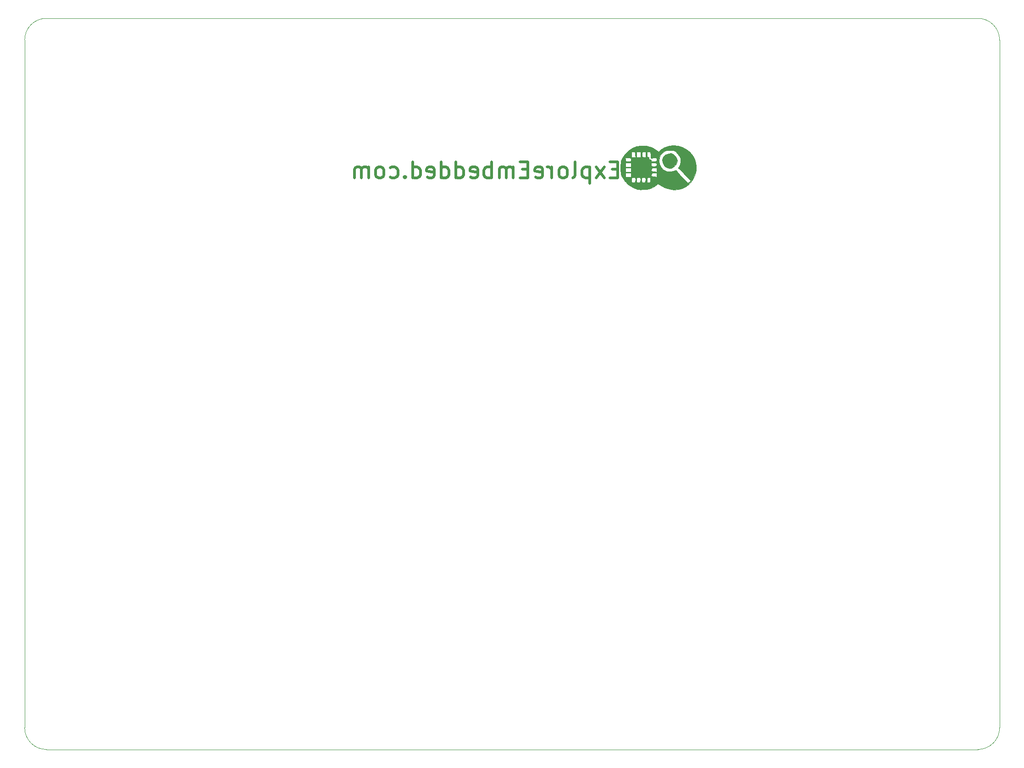
<source format=gbr>
G04 #@! TF.FileFunction,Legend,Bot*
%FSLAX46Y46*%
G04 Gerber Fmt 4.6, Leading zero omitted, Abs format (unit mm)*
G04 Created by KiCad (PCBNEW 4.0.4-stable) date 12/15/16 19:51:19*
%MOMM*%
%LPD*%
G01*
G04 APERTURE LIST*
%ADD10C,0.100000*%
%ADD11C,0.500000*%
%ADD12C,0.002540*%
%ADD13C,2.499360*%
%ADD14O,1.800000X2.600000*%
%ADD15C,3.000000*%
%ADD16O,1.727200X2.032000*%
%ADD17C,1.524000*%
%ADD18C,3.500000*%
%ADD19O,2.032000X1.727200*%
%ADD20R,2.032000X1.727200*%
%ADD21R,1.727200X1.727200*%
%ADD22O,1.727200X1.727200*%
%ADD23C,1.501140*%
%ADD24C,2.999740*%
%ADD25C,2.032000*%
%ADD26O,2.032000X2.032000*%
%ADD27R,2.300000X2.300000*%
%ADD28C,2.500000*%
%ADD29O,1.651000X4.000000*%
%ADD30O,1.524000X2.524000*%
%ADD31C,4.800600*%
%ADD32R,4.800600X4.800600*%
%ADD33O,2.300000X1.600000*%
%ADD34R,2.540000X2.540000*%
%ADD35C,2.540000*%
%ADD36C,3.200000*%
%ADD37C,1.600000*%
%ADD38C,2.000000*%
%ADD39C,1.397000*%
%ADD40R,1.397000X1.397000*%
%ADD41O,1.501140X1.998980*%
%ADD42C,3.500120*%
G04 APERTURE END LIST*
D10*
X215556500Y-163166000D02*
X43556500Y-163166000D01*
D11*
X149042216Y-56051714D02*
X148042216Y-56051714D01*
X147613645Y-57623143D02*
X149042216Y-57623143D01*
X149042216Y-54623143D01*
X147613645Y-54623143D01*
X146613645Y-57623143D02*
X145042216Y-55623143D01*
X146613645Y-55623143D02*
X145042216Y-57623143D01*
X143899359Y-55623143D02*
X143899359Y-58623143D01*
X143899359Y-55766000D02*
X143613645Y-55623143D01*
X143042216Y-55623143D01*
X142756502Y-55766000D01*
X142613645Y-55908857D01*
X142470788Y-56194571D01*
X142470788Y-57051714D01*
X142613645Y-57337429D01*
X142756502Y-57480286D01*
X143042216Y-57623143D01*
X143613645Y-57623143D01*
X143899359Y-57480286D01*
X140756502Y-57623143D02*
X141042216Y-57480286D01*
X141185073Y-57194571D01*
X141185073Y-54623143D01*
X139185073Y-57623143D02*
X139470787Y-57480286D01*
X139613644Y-57337429D01*
X139756501Y-57051714D01*
X139756501Y-56194571D01*
X139613644Y-55908857D01*
X139470787Y-55766000D01*
X139185073Y-55623143D01*
X138756501Y-55623143D01*
X138470787Y-55766000D01*
X138327930Y-55908857D01*
X138185073Y-56194571D01*
X138185073Y-57051714D01*
X138327930Y-57337429D01*
X138470787Y-57480286D01*
X138756501Y-57623143D01*
X139185073Y-57623143D01*
X136899358Y-57623143D02*
X136899358Y-55623143D01*
X136899358Y-56194571D02*
X136756501Y-55908857D01*
X136613644Y-55766000D01*
X136327930Y-55623143D01*
X136042215Y-55623143D01*
X133899358Y-57480286D02*
X134185072Y-57623143D01*
X134756501Y-57623143D01*
X135042215Y-57480286D01*
X135185072Y-57194571D01*
X135185072Y-56051714D01*
X135042215Y-55766000D01*
X134756501Y-55623143D01*
X134185072Y-55623143D01*
X133899358Y-55766000D01*
X133756501Y-56051714D01*
X133756501Y-56337429D01*
X135185072Y-56623143D01*
X132470786Y-56051714D02*
X131470786Y-56051714D01*
X131042215Y-57623143D02*
X132470786Y-57623143D01*
X132470786Y-54623143D01*
X131042215Y-54623143D01*
X129756500Y-57623143D02*
X129756500Y-55623143D01*
X129756500Y-55908857D02*
X129613643Y-55766000D01*
X129327929Y-55623143D01*
X128899357Y-55623143D01*
X128613643Y-55766000D01*
X128470786Y-56051714D01*
X128470786Y-57623143D01*
X128470786Y-56051714D02*
X128327929Y-55766000D01*
X128042215Y-55623143D01*
X127613643Y-55623143D01*
X127327929Y-55766000D01*
X127185072Y-56051714D01*
X127185072Y-57623143D01*
X125756500Y-57623143D02*
X125756500Y-54623143D01*
X125756500Y-55766000D02*
X125470786Y-55623143D01*
X124899357Y-55623143D01*
X124613643Y-55766000D01*
X124470786Y-55908857D01*
X124327929Y-56194571D01*
X124327929Y-57051714D01*
X124470786Y-57337429D01*
X124613643Y-57480286D01*
X124899357Y-57623143D01*
X125470786Y-57623143D01*
X125756500Y-57480286D01*
X121899357Y-57480286D02*
X122185071Y-57623143D01*
X122756500Y-57623143D01*
X123042214Y-57480286D01*
X123185071Y-57194571D01*
X123185071Y-56051714D01*
X123042214Y-55766000D01*
X122756500Y-55623143D01*
X122185071Y-55623143D01*
X121899357Y-55766000D01*
X121756500Y-56051714D01*
X121756500Y-56337429D01*
X123185071Y-56623143D01*
X119185071Y-57623143D02*
X119185071Y-54623143D01*
X119185071Y-57480286D02*
X119470785Y-57623143D01*
X120042214Y-57623143D01*
X120327928Y-57480286D01*
X120470785Y-57337429D01*
X120613642Y-57051714D01*
X120613642Y-56194571D01*
X120470785Y-55908857D01*
X120327928Y-55766000D01*
X120042214Y-55623143D01*
X119470785Y-55623143D01*
X119185071Y-55766000D01*
X116470785Y-57623143D02*
X116470785Y-54623143D01*
X116470785Y-57480286D02*
X116756499Y-57623143D01*
X117327928Y-57623143D01*
X117613642Y-57480286D01*
X117756499Y-57337429D01*
X117899356Y-57051714D01*
X117899356Y-56194571D01*
X117756499Y-55908857D01*
X117613642Y-55766000D01*
X117327928Y-55623143D01*
X116756499Y-55623143D01*
X116470785Y-55766000D01*
X113899356Y-57480286D02*
X114185070Y-57623143D01*
X114756499Y-57623143D01*
X115042213Y-57480286D01*
X115185070Y-57194571D01*
X115185070Y-56051714D01*
X115042213Y-55766000D01*
X114756499Y-55623143D01*
X114185070Y-55623143D01*
X113899356Y-55766000D01*
X113756499Y-56051714D01*
X113756499Y-56337429D01*
X115185070Y-56623143D01*
X111185070Y-57623143D02*
X111185070Y-54623143D01*
X111185070Y-57480286D02*
X111470784Y-57623143D01*
X112042213Y-57623143D01*
X112327927Y-57480286D01*
X112470784Y-57337429D01*
X112613641Y-57051714D01*
X112613641Y-56194571D01*
X112470784Y-55908857D01*
X112327927Y-55766000D01*
X112042213Y-55623143D01*
X111470784Y-55623143D01*
X111185070Y-55766000D01*
X109756498Y-57337429D02*
X109613641Y-57480286D01*
X109756498Y-57623143D01*
X109899355Y-57480286D01*
X109756498Y-57337429D01*
X109756498Y-57623143D01*
X107042213Y-57480286D02*
X107327927Y-57623143D01*
X107899356Y-57623143D01*
X108185070Y-57480286D01*
X108327927Y-57337429D01*
X108470784Y-57051714D01*
X108470784Y-56194571D01*
X108327927Y-55908857D01*
X108185070Y-55766000D01*
X107899356Y-55623143D01*
X107327927Y-55623143D01*
X107042213Y-55766000D01*
X105327927Y-57623143D02*
X105613641Y-57480286D01*
X105756498Y-57337429D01*
X105899355Y-57051714D01*
X105899355Y-56194571D01*
X105756498Y-55908857D01*
X105613641Y-55766000D01*
X105327927Y-55623143D01*
X104899355Y-55623143D01*
X104613641Y-55766000D01*
X104470784Y-55908857D01*
X104327927Y-56194571D01*
X104327927Y-57051714D01*
X104470784Y-57337429D01*
X104613641Y-57480286D01*
X104899355Y-57623143D01*
X105327927Y-57623143D01*
X103042212Y-57623143D02*
X103042212Y-55623143D01*
X103042212Y-55908857D02*
X102899355Y-55766000D01*
X102613641Y-55623143D01*
X102185069Y-55623143D01*
X101899355Y-55766000D01*
X101756498Y-56051714D01*
X101756498Y-57623143D01*
X101756498Y-56051714D02*
X101613641Y-55766000D01*
X101327927Y-55623143D01*
X100899355Y-55623143D01*
X100613641Y-55766000D01*
X100470784Y-56051714D01*
X100470784Y-57623143D01*
D10*
X39556500Y-159166000D02*
X39556500Y-32166000D01*
X219556500Y-32166000D02*
X219556500Y-159166000D01*
X43556500Y-28166000D02*
X215556500Y-28166000D01*
X39556500Y-159166000D02*
G75*
G03X43556500Y-163166000I4000000J0D01*
G01*
X215556500Y-163166000D02*
G75*
G03X219556500Y-159166000I0J4000000D01*
G01*
X219556500Y-32166000D02*
G75*
G03X215556500Y-28166000I-4000000J0D01*
G01*
X43556500Y-28166000D02*
G75*
G03X39556500Y-32166000I0J-4000000D01*
G01*
D12*
G36*
X149581000Y-55767600D02*
X149591160Y-56290840D01*
X149616560Y-56666760D01*
X149669900Y-56953780D01*
X149763880Y-57217940D01*
X149832460Y-57370340D01*
X150312520Y-58170440D01*
X150444600Y-58310140D01*
X150444600Y-53910860D01*
X150967840Y-53910860D01*
X151277720Y-53915940D01*
X151430120Y-53956580D01*
X151486000Y-54060720D01*
X151491080Y-54200420D01*
X151463140Y-54462040D01*
X151356460Y-54589040D01*
X151117700Y-54619520D01*
X150927200Y-54609360D01*
X150657960Y-54576340D01*
X150530960Y-54492520D01*
X150485240Y-54304560D01*
X150480160Y-54243600D01*
X150444600Y-53910860D01*
X150444600Y-58310140D01*
X150457300Y-58325380D01*
X150457300Y-57418600D01*
X150457300Y-57060460D01*
X150457300Y-56697240D01*
X150457300Y-56488960D01*
X150457300Y-56130820D01*
X150457300Y-55767600D01*
X150457300Y-55561860D01*
X150457300Y-55201180D01*
X150457300Y-54837960D01*
X150975460Y-54837960D01*
X151491080Y-54837960D01*
X151491080Y-55201180D01*
X151491080Y-55561860D01*
X150975460Y-55561860D01*
X150457300Y-55561860D01*
X150457300Y-55767600D01*
X150975460Y-55767600D01*
X151491080Y-55767600D01*
X151491080Y-56130820D01*
X151491080Y-56488960D01*
X150975460Y-56488960D01*
X150457300Y-56488960D01*
X150457300Y-56697240D01*
X150975460Y-56697240D01*
X151491080Y-56697240D01*
X151491080Y-57060460D01*
X151491080Y-57418600D01*
X150975460Y-57418600D01*
X150457300Y-57418600D01*
X150457300Y-58325380D01*
X150909420Y-58807980D01*
X151595220Y-59267720D01*
X151595220Y-57987560D01*
X151595220Y-53806720D01*
X151595220Y-53283480D01*
X151595220Y-52760240D01*
X151927960Y-52793260D01*
X152133700Y-52826280D01*
X152237840Y-52912640D01*
X152281020Y-53113300D01*
X152296260Y-53316500D01*
X152329280Y-53806720D01*
X151963520Y-53806720D01*
X151595220Y-53806720D01*
X151595220Y-57987560D01*
X151602840Y-57700540D01*
X151656180Y-57568460D01*
X151795880Y-57525280D01*
X151955900Y-57525280D01*
X152179420Y-57532900D01*
X152281020Y-57598940D01*
X152316580Y-57781820D01*
X152316580Y-57987560D01*
X152308960Y-58274580D01*
X152255620Y-58406660D01*
X152118460Y-58449840D01*
X151955900Y-58452380D01*
X151732380Y-58439680D01*
X151628240Y-58376180D01*
X151597760Y-58193300D01*
X151595220Y-57987560D01*
X151595220Y-59267720D01*
X151643480Y-59300740D01*
X152288640Y-59587760D01*
X152522320Y-59658880D01*
X152522320Y-57987560D01*
X152522320Y-53806720D01*
X152522320Y-53291100D01*
X152522320Y-52772940D01*
X152885540Y-52772940D01*
X153243680Y-52772940D01*
X153243680Y-53291100D01*
X153243680Y-53806720D01*
X152885540Y-53806720D01*
X152522320Y-53806720D01*
X152522320Y-57987560D01*
X152532480Y-57700540D01*
X152585820Y-57568460D01*
X152725520Y-57525280D01*
X152885540Y-57525280D01*
X153109060Y-57532900D01*
X153210660Y-57598940D01*
X153243680Y-57781820D01*
X153243680Y-57987560D01*
X153238600Y-58274580D01*
X153185260Y-58406660D01*
X153045560Y-58449840D01*
X152885540Y-58452380D01*
X152662020Y-58439680D01*
X152557880Y-58376180D01*
X152527400Y-58193300D01*
X152522320Y-57987560D01*
X152522320Y-59658880D01*
X152662020Y-59704600D01*
X153002380Y-59768100D01*
X153396080Y-59788420D01*
X153477360Y-59785880D01*
X153477360Y-57987560D01*
X153482440Y-57700540D01*
X153505300Y-57634500D01*
X153505300Y-53466360D01*
X153505300Y-53291100D01*
X153512920Y-53001540D01*
X153568800Y-52864380D01*
X153713580Y-52808500D01*
X153840580Y-52793260D01*
X154173320Y-52760240D01*
X154173320Y-53291100D01*
X154173320Y-53819420D01*
X153840580Y-53786400D01*
X153632300Y-53755920D01*
X153535780Y-53669560D01*
X153505300Y-53466360D01*
X153505300Y-57634500D01*
X153530700Y-57568460D01*
X153667860Y-57525280D01*
X153822800Y-57525280D01*
X154041240Y-57532900D01*
X154142840Y-57601480D01*
X154173320Y-57784360D01*
X154173320Y-57987560D01*
X154168240Y-58274580D01*
X154114900Y-58406660D01*
X153977740Y-58449840D01*
X153830420Y-58452380D01*
X153619600Y-58439680D01*
X153518000Y-58368560D01*
X153482440Y-58183140D01*
X153477360Y-57987560D01*
X153477360Y-59785880D01*
X153848200Y-59775720D01*
X154358740Y-59737620D01*
X154455260Y-59719840D01*
X154455260Y-58195840D01*
X154457800Y-58142500D01*
X154457800Y-52902480D01*
X154528920Y-52841520D01*
X154737200Y-52795800D01*
X154762600Y-52795800D01*
X155092800Y-52760240D01*
X155123280Y-53354600D01*
X155156300Y-53954040D01*
X155207100Y-53951500D01*
X155207100Y-53446040D01*
X155207100Y-53034560D01*
X155257900Y-52981220D01*
X155311240Y-53034560D01*
X155257900Y-53082820D01*
X155207100Y-53034560D01*
X155207100Y-53446040D01*
X155257900Y-53392700D01*
X155311240Y-53446040D01*
X155257900Y-53499380D01*
X155207100Y-53446040D01*
X155207100Y-53951500D01*
X155697320Y-53923560D01*
X156012280Y-53910860D01*
X156174840Y-53938800D01*
X156233260Y-54030240D01*
X156238340Y-54205500D01*
X156223100Y-54403620D01*
X156134200Y-54497600D01*
X155918300Y-54538240D01*
X155798920Y-54548400D01*
X155466180Y-54563640D01*
X155285840Y-54538240D01*
X155214720Y-54454420D01*
X155207100Y-54368060D01*
X155163920Y-54241060D01*
X155130900Y-54233440D01*
X154889600Y-54223280D01*
X154810860Y-54093740D01*
X154823560Y-54012460D01*
X154821020Y-53847360D01*
X154681320Y-53806720D01*
X154551780Y-53768620D01*
X154495900Y-53618760D01*
X154483200Y-53392700D01*
X154480660Y-53110760D01*
X154465420Y-52925340D01*
X154457800Y-52902480D01*
X154457800Y-58142500D01*
X154467960Y-57987560D01*
X154500980Y-57700540D01*
X154569560Y-57563380D01*
X154709260Y-57525280D01*
X154805780Y-57525280D01*
X154988660Y-57535440D01*
X155075020Y-57616720D01*
X155102960Y-57822460D01*
X155102960Y-57987560D01*
X155097880Y-58274580D01*
X155044540Y-58406660D01*
X154907380Y-58449840D01*
X154767680Y-58452380D01*
X154564480Y-58439680D01*
X154470500Y-58376180D01*
X154455260Y-58195840D01*
X154455260Y-59719840D01*
X154747360Y-59674120D01*
X155097880Y-59559820D01*
X155196940Y-59511560D01*
X155196940Y-54837960D01*
X155715100Y-54837960D01*
X156024980Y-54845580D01*
X156179920Y-54886220D01*
X156233260Y-54990360D01*
X156238340Y-55140220D01*
X156210400Y-55345960D01*
X156093560Y-55457720D01*
X155849720Y-55500900D01*
X155575400Y-55498360D01*
X155349340Y-55465340D01*
X155255360Y-55338340D01*
X155227420Y-55163080D01*
X155196940Y-54837960D01*
X155196940Y-59511560D01*
X155257900Y-59483620D01*
X155257900Y-57060460D01*
X155257900Y-56130820D01*
X155273140Y-55942860D01*
X155349340Y-55846340D01*
X155550000Y-55803160D01*
X155750660Y-55787920D01*
X156238340Y-55754900D01*
X156238340Y-56130820D01*
X156238340Y-56501660D01*
X155750660Y-56471180D01*
X155453480Y-56443240D01*
X155311240Y-56384820D01*
X155262980Y-56257820D01*
X155257900Y-56130820D01*
X155257900Y-57060460D01*
X155273140Y-56869960D01*
X155349340Y-56773440D01*
X155550000Y-56730260D01*
X155750660Y-56715020D01*
X156238340Y-56684540D01*
X156238340Y-57060460D01*
X156238340Y-57431300D01*
X155750660Y-57400820D01*
X155453480Y-57372880D01*
X155311240Y-57314460D01*
X155262980Y-57187460D01*
X155257900Y-57060460D01*
X155257900Y-59483620D01*
X155433160Y-59404880D01*
X155796380Y-59211840D01*
X156101180Y-59018800D01*
X156281520Y-58874020D01*
X156393280Y-58764800D01*
X156499960Y-58741940D01*
X156652360Y-58807980D01*
X156652360Y-54497600D01*
X156718400Y-53938800D01*
X156952080Y-53405400D01*
X157345780Y-52938040D01*
X157564220Y-52765320D01*
X157805520Y-52628160D01*
X158067140Y-52549420D01*
X158420200Y-52518940D01*
X158674200Y-52516400D01*
X159083140Y-52526560D01*
X159357460Y-52562120D01*
X159570820Y-52656100D01*
X159796880Y-52816120D01*
X159817200Y-52831360D01*
X160165180Y-53189500D01*
X160452200Y-53626380D01*
X160632540Y-54070880D01*
X160678260Y-54370600D01*
X160632540Y-54789700D01*
X160523320Y-55203720D01*
X160368380Y-55528840D01*
X160292180Y-55622820D01*
X160188040Y-55752360D01*
X160228680Y-55859040D01*
X160376000Y-55975880D01*
X160541100Y-56120660D01*
X160807800Y-56384820D01*
X161140540Y-56727720D01*
X161506300Y-57118880D01*
X161549480Y-57164600D01*
X162474040Y-58167900D01*
X162225120Y-58368560D01*
X161978740Y-58571760D01*
X161300560Y-57868180D01*
X160937340Y-57484640D01*
X160571580Y-57090940D01*
X160269320Y-56753120D01*
X160198200Y-56669300D01*
X159776560Y-56179080D01*
X159403180Y-56334020D01*
X158803740Y-56476260D01*
X158189060Y-56420380D01*
X157914740Y-56331480D01*
X157376260Y-56006360D01*
X156982560Y-55569480D01*
X156741260Y-55056400D01*
X156652360Y-54497600D01*
X156652360Y-58807980D01*
X156654900Y-58813060D01*
X156916520Y-58990860D01*
X156944460Y-59013720D01*
X157701380Y-59432820D01*
X158537040Y-59696980D01*
X159403180Y-59803660D01*
X160256620Y-59740160D01*
X160884000Y-59567440D01*
X161709500Y-59153420D01*
X162395300Y-58594620D01*
X162933780Y-57916440D01*
X163312240Y-57144280D01*
X163520520Y-56293380D01*
X163538300Y-55394220D01*
X163469720Y-54921780D01*
X163291920Y-54251220D01*
X163015060Y-53677180D01*
X162608660Y-53133620D01*
X162423240Y-52927880D01*
X161770460Y-52376700D01*
X161018620Y-51977920D01*
X160205820Y-51739160D01*
X159365080Y-51657880D01*
X158531960Y-51741700D01*
X157734400Y-51993160D01*
X157015580Y-52407180D01*
X156855560Y-52534180D01*
X156555840Y-52788180D01*
X156218020Y-52534180D01*
X155471260Y-52082060D01*
X154640680Y-51795040D01*
X154292700Y-51723920D01*
X153393540Y-51668040D01*
X152527400Y-51807740D01*
X151717140Y-52122700D01*
X150993240Y-52602760D01*
X150381100Y-53237760D01*
X149903580Y-54007380D01*
X149901040Y-54012460D01*
X149753720Y-54337580D01*
X149662280Y-54609360D01*
X149608940Y-54898920D01*
X149588620Y-55259600D01*
X149581000Y-55767600D01*
X149581000Y-55767600D01*
X149581000Y-55767600D01*
G37*
X149581000Y-55767600D02*
X149591160Y-56290840D01*
X149616560Y-56666760D01*
X149669900Y-56953780D01*
X149763880Y-57217940D01*
X149832460Y-57370340D01*
X150312520Y-58170440D01*
X150444600Y-58310140D01*
X150444600Y-53910860D01*
X150967840Y-53910860D01*
X151277720Y-53915940D01*
X151430120Y-53956580D01*
X151486000Y-54060720D01*
X151491080Y-54200420D01*
X151463140Y-54462040D01*
X151356460Y-54589040D01*
X151117700Y-54619520D01*
X150927200Y-54609360D01*
X150657960Y-54576340D01*
X150530960Y-54492520D01*
X150485240Y-54304560D01*
X150480160Y-54243600D01*
X150444600Y-53910860D01*
X150444600Y-58310140D01*
X150457300Y-58325380D01*
X150457300Y-57418600D01*
X150457300Y-57060460D01*
X150457300Y-56697240D01*
X150457300Y-56488960D01*
X150457300Y-56130820D01*
X150457300Y-55767600D01*
X150457300Y-55561860D01*
X150457300Y-55201180D01*
X150457300Y-54837960D01*
X150975460Y-54837960D01*
X151491080Y-54837960D01*
X151491080Y-55201180D01*
X151491080Y-55561860D01*
X150975460Y-55561860D01*
X150457300Y-55561860D01*
X150457300Y-55767600D01*
X150975460Y-55767600D01*
X151491080Y-55767600D01*
X151491080Y-56130820D01*
X151491080Y-56488960D01*
X150975460Y-56488960D01*
X150457300Y-56488960D01*
X150457300Y-56697240D01*
X150975460Y-56697240D01*
X151491080Y-56697240D01*
X151491080Y-57060460D01*
X151491080Y-57418600D01*
X150975460Y-57418600D01*
X150457300Y-57418600D01*
X150457300Y-58325380D01*
X150909420Y-58807980D01*
X151595220Y-59267720D01*
X151595220Y-57987560D01*
X151595220Y-53806720D01*
X151595220Y-53283480D01*
X151595220Y-52760240D01*
X151927960Y-52793260D01*
X152133700Y-52826280D01*
X152237840Y-52912640D01*
X152281020Y-53113300D01*
X152296260Y-53316500D01*
X152329280Y-53806720D01*
X151963520Y-53806720D01*
X151595220Y-53806720D01*
X151595220Y-57987560D01*
X151602840Y-57700540D01*
X151656180Y-57568460D01*
X151795880Y-57525280D01*
X151955900Y-57525280D01*
X152179420Y-57532900D01*
X152281020Y-57598940D01*
X152316580Y-57781820D01*
X152316580Y-57987560D01*
X152308960Y-58274580D01*
X152255620Y-58406660D01*
X152118460Y-58449840D01*
X151955900Y-58452380D01*
X151732380Y-58439680D01*
X151628240Y-58376180D01*
X151597760Y-58193300D01*
X151595220Y-57987560D01*
X151595220Y-59267720D01*
X151643480Y-59300740D01*
X152288640Y-59587760D01*
X152522320Y-59658880D01*
X152522320Y-57987560D01*
X152522320Y-53806720D01*
X152522320Y-53291100D01*
X152522320Y-52772940D01*
X152885540Y-52772940D01*
X153243680Y-52772940D01*
X153243680Y-53291100D01*
X153243680Y-53806720D01*
X152885540Y-53806720D01*
X152522320Y-53806720D01*
X152522320Y-57987560D01*
X152532480Y-57700540D01*
X152585820Y-57568460D01*
X152725520Y-57525280D01*
X152885540Y-57525280D01*
X153109060Y-57532900D01*
X153210660Y-57598940D01*
X153243680Y-57781820D01*
X153243680Y-57987560D01*
X153238600Y-58274580D01*
X153185260Y-58406660D01*
X153045560Y-58449840D01*
X152885540Y-58452380D01*
X152662020Y-58439680D01*
X152557880Y-58376180D01*
X152527400Y-58193300D01*
X152522320Y-57987560D01*
X152522320Y-59658880D01*
X152662020Y-59704600D01*
X153002380Y-59768100D01*
X153396080Y-59788420D01*
X153477360Y-59785880D01*
X153477360Y-57987560D01*
X153482440Y-57700540D01*
X153505300Y-57634500D01*
X153505300Y-53466360D01*
X153505300Y-53291100D01*
X153512920Y-53001540D01*
X153568800Y-52864380D01*
X153713580Y-52808500D01*
X153840580Y-52793260D01*
X154173320Y-52760240D01*
X154173320Y-53291100D01*
X154173320Y-53819420D01*
X153840580Y-53786400D01*
X153632300Y-53755920D01*
X153535780Y-53669560D01*
X153505300Y-53466360D01*
X153505300Y-57634500D01*
X153530700Y-57568460D01*
X153667860Y-57525280D01*
X153822800Y-57525280D01*
X154041240Y-57532900D01*
X154142840Y-57601480D01*
X154173320Y-57784360D01*
X154173320Y-57987560D01*
X154168240Y-58274580D01*
X154114900Y-58406660D01*
X153977740Y-58449840D01*
X153830420Y-58452380D01*
X153619600Y-58439680D01*
X153518000Y-58368560D01*
X153482440Y-58183140D01*
X153477360Y-57987560D01*
X153477360Y-59785880D01*
X153848200Y-59775720D01*
X154358740Y-59737620D01*
X154455260Y-59719840D01*
X154455260Y-58195840D01*
X154457800Y-58142500D01*
X154457800Y-52902480D01*
X154528920Y-52841520D01*
X154737200Y-52795800D01*
X154762600Y-52795800D01*
X155092800Y-52760240D01*
X155123280Y-53354600D01*
X155156300Y-53954040D01*
X155207100Y-53951500D01*
X155207100Y-53446040D01*
X155207100Y-53034560D01*
X155257900Y-52981220D01*
X155311240Y-53034560D01*
X155257900Y-53082820D01*
X155207100Y-53034560D01*
X155207100Y-53446040D01*
X155257900Y-53392700D01*
X155311240Y-53446040D01*
X155257900Y-53499380D01*
X155207100Y-53446040D01*
X155207100Y-53951500D01*
X155697320Y-53923560D01*
X156012280Y-53910860D01*
X156174840Y-53938800D01*
X156233260Y-54030240D01*
X156238340Y-54205500D01*
X156223100Y-54403620D01*
X156134200Y-54497600D01*
X155918300Y-54538240D01*
X155798920Y-54548400D01*
X155466180Y-54563640D01*
X155285840Y-54538240D01*
X155214720Y-54454420D01*
X155207100Y-54368060D01*
X155163920Y-54241060D01*
X155130900Y-54233440D01*
X154889600Y-54223280D01*
X154810860Y-54093740D01*
X154823560Y-54012460D01*
X154821020Y-53847360D01*
X154681320Y-53806720D01*
X154551780Y-53768620D01*
X154495900Y-53618760D01*
X154483200Y-53392700D01*
X154480660Y-53110760D01*
X154465420Y-52925340D01*
X154457800Y-52902480D01*
X154457800Y-58142500D01*
X154467960Y-57987560D01*
X154500980Y-57700540D01*
X154569560Y-57563380D01*
X154709260Y-57525280D01*
X154805780Y-57525280D01*
X154988660Y-57535440D01*
X155075020Y-57616720D01*
X155102960Y-57822460D01*
X155102960Y-57987560D01*
X155097880Y-58274580D01*
X155044540Y-58406660D01*
X154907380Y-58449840D01*
X154767680Y-58452380D01*
X154564480Y-58439680D01*
X154470500Y-58376180D01*
X154455260Y-58195840D01*
X154455260Y-59719840D01*
X154747360Y-59674120D01*
X155097880Y-59559820D01*
X155196940Y-59511560D01*
X155196940Y-54837960D01*
X155715100Y-54837960D01*
X156024980Y-54845580D01*
X156179920Y-54886220D01*
X156233260Y-54990360D01*
X156238340Y-55140220D01*
X156210400Y-55345960D01*
X156093560Y-55457720D01*
X155849720Y-55500900D01*
X155575400Y-55498360D01*
X155349340Y-55465340D01*
X155255360Y-55338340D01*
X155227420Y-55163080D01*
X155196940Y-54837960D01*
X155196940Y-59511560D01*
X155257900Y-59483620D01*
X155257900Y-57060460D01*
X155257900Y-56130820D01*
X155273140Y-55942860D01*
X155349340Y-55846340D01*
X155550000Y-55803160D01*
X155750660Y-55787920D01*
X156238340Y-55754900D01*
X156238340Y-56130820D01*
X156238340Y-56501660D01*
X155750660Y-56471180D01*
X155453480Y-56443240D01*
X155311240Y-56384820D01*
X155262980Y-56257820D01*
X155257900Y-56130820D01*
X155257900Y-57060460D01*
X155273140Y-56869960D01*
X155349340Y-56773440D01*
X155550000Y-56730260D01*
X155750660Y-56715020D01*
X156238340Y-56684540D01*
X156238340Y-57060460D01*
X156238340Y-57431300D01*
X155750660Y-57400820D01*
X155453480Y-57372880D01*
X155311240Y-57314460D01*
X155262980Y-57187460D01*
X155257900Y-57060460D01*
X155257900Y-59483620D01*
X155433160Y-59404880D01*
X155796380Y-59211840D01*
X156101180Y-59018800D01*
X156281520Y-58874020D01*
X156393280Y-58764800D01*
X156499960Y-58741940D01*
X156652360Y-58807980D01*
X156652360Y-54497600D01*
X156718400Y-53938800D01*
X156952080Y-53405400D01*
X157345780Y-52938040D01*
X157564220Y-52765320D01*
X157805520Y-52628160D01*
X158067140Y-52549420D01*
X158420200Y-52518940D01*
X158674200Y-52516400D01*
X159083140Y-52526560D01*
X159357460Y-52562120D01*
X159570820Y-52656100D01*
X159796880Y-52816120D01*
X159817200Y-52831360D01*
X160165180Y-53189500D01*
X160452200Y-53626380D01*
X160632540Y-54070880D01*
X160678260Y-54370600D01*
X160632540Y-54789700D01*
X160523320Y-55203720D01*
X160368380Y-55528840D01*
X160292180Y-55622820D01*
X160188040Y-55752360D01*
X160228680Y-55859040D01*
X160376000Y-55975880D01*
X160541100Y-56120660D01*
X160807800Y-56384820D01*
X161140540Y-56727720D01*
X161506300Y-57118880D01*
X161549480Y-57164600D01*
X162474040Y-58167900D01*
X162225120Y-58368560D01*
X161978740Y-58571760D01*
X161300560Y-57868180D01*
X160937340Y-57484640D01*
X160571580Y-57090940D01*
X160269320Y-56753120D01*
X160198200Y-56669300D01*
X159776560Y-56179080D01*
X159403180Y-56334020D01*
X158803740Y-56476260D01*
X158189060Y-56420380D01*
X157914740Y-56331480D01*
X157376260Y-56006360D01*
X156982560Y-55569480D01*
X156741260Y-55056400D01*
X156652360Y-54497600D01*
X156652360Y-58807980D01*
X156654900Y-58813060D01*
X156916520Y-58990860D01*
X156944460Y-59013720D01*
X157701380Y-59432820D01*
X158537040Y-59696980D01*
X159403180Y-59803660D01*
X160256620Y-59740160D01*
X160884000Y-59567440D01*
X161709500Y-59153420D01*
X162395300Y-58594620D01*
X162933780Y-57916440D01*
X163312240Y-57144280D01*
X163520520Y-56293380D01*
X163538300Y-55394220D01*
X163469720Y-54921780D01*
X163291920Y-54251220D01*
X163015060Y-53677180D01*
X162608660Y-53133620D01*
X162423240Y-52927880D01*
X161770460Y-52376700D01*
X161018620Y-51977920D01*
X160205820Y-51739160D01*
X159365080Y-51657880D01*
X158531960Y-51741700D01*
X157734400Y-51993160D01*
X157015580Y-52407180D01*
X156855560Y-52534180D01*
X156555840Y-52788180D01*
X156218020Y-52534180D01*
X155471260Y-52082060D01*
X154640680Y-51795040D01*
X154292700Y-51723920D01*
X153393540Y-51668040D01*
X152527400Y-51807740D01*
X151717140Y-52122700D01*
X150993240Y-52602760D01*
X150381100Y-53237760D01*
X149903580Y-54007380D01*
X149901040Y-54012460D01*
X149753720Y-54337580D01*
X149662280Y-54609360D01*
X149608940Y-54898920D01*
X149588620Y-55259600D01*
X149581000Y-55767600D01*
X149581000Y-55767600D01*
G36*
X157292440Y-54263920D02*
X157320380Y-54736360D01*
X157493100Y-55175780D01*
X157785200Y-55541540D01*
X158173820Y-55787920D01*
X158615780Y-55869200D01*
X158879940Y-55823480D01*
X159189820Y-55709180D01*
X159225380Y-55691400D01*
X159647020Y-55373900D01*
X159911180Y-54970040D01*
X160017860Y-54512840D01*
X159961980Y-54053100D01*
X159746080Y-53626380D01*
X159367620Y-53275860D01*
X159319360Y-53247920D01*
X158885020Y-53098060D01*
X158410040Y-53113300D01*
X157957920Y-53275860D01*
X157589620Y-53570500D01*
X157432140Y-53796560D01*
X157292440Y-54263920D01*
X157292440Y-54263920D01*
X157292440Y-54263920D01*
G37*
X157292440Y-54263920D02*
X157320380Y-54736360D01*
X157493100Y-55175780D01*
X157785200Y-55541540D01*
X158173820Y-55787920D01*
X158615780Y-55869200D01*
X158879940Y-55823480D01*
X159189820Y-55709180D01*
X159225380Y-55691400D01*
X159647020Y-55373900D01*
X159911180Y-54970040D01*
X160017860Y-54512840D01*
X159961980Y-54053100D01*
X159746080Y-53626380D01*
X159367620Y-53275860D01*
X159319360Y-53247920D01*
X158885020Y-53098060D01*
X158410040Y-53113300D01*
X157957920Y-53275860D01*
X157589620Y-53570500D01*
X157432140Y-53796560D01*
X157292440Y-54263920D01*
X157292440Y-54263920D01*
%LPC*%
D13*
X75333860Y-154218640D03*
X77833220Y-159258000D03*
X72834500Y-159258000D03*
D14*
X48450500Y-31750000D03*
X50990500Y-31750000D03*
X53530500Y-31750000D03*
X56070500Y-31750000D03*
X58610500Y-31750000D03*
X61150500Y-31750000D03*
X63690500Y-31750000D03*
X66230500Y-31750000D03*
X68770500Y-31750000D03*
X71310500Y-31750000D03*
X73850500Y-31750000D03*
X76390500Y-31750000D03*
X78930500Y-31750000D03*
X81470500Y-31750000D03*
X84010500Y-31750000D03*
X86550500Y-31750000D03*
D15*
X42951400Y-31750000D03*
X42951400Y-62750700D03*
X117949980Y-62750700D03*
X117949980Y-31750000D03*
D16*
X102298500Y-97282000D03*
X99758500Y-97282000D03*
X97218500Y-97282000D03*
X94678500Y-97282000D03*
X92138500Y-97282000D03*
X89598500Y-97282000D03*
X87058500Y-97282000D03*
X84518500Y-97282000D03*
X81978500Y-97282000D03*
X79438500Y-97282000D03*
X76898500Y-97282000D03*
X74358500Y-97282000D03*
X71818500Y-97282000D03*
X69278500Y-97282000D03*
X66738500Y-97282000D03*
X64198500Y-97282000D03*
X61658500Y-97282000D03*
X59118500Y-97282000D03*
X56578500Y-97282000D03*
X54038500Y-97282000D03*
D17*
X50482500Y-45466000D03*
X50482500Y-48006000D03*
X48483520Y-48006000D03*
X48483520Y-45466000D03*
D18*
X45783500Y-40736520D03*
X45783500Y-52735480D03*
D19*
X71818500Y-105156000D03*
X71818500Y-107696000D03*
X71818500Y-110236000D03*
X71818500Y-112776000D03*
X194627500Y-120650000D03*
X194627500Y-118110000D03*
X194627500Y-115570000D03*
X194627500Y-113030000D03*
X194627500Y-110490000D03*
X194627500Y-107950000D03*
X194627500Y-105410000D03*
X194627500Y-102870000D03*
X208216500Y-150876000D03*
X208216500Y-148336000D03*
X208216500Y-145796000D03*
X208216500Y-143256000D03*
X208216500Y-140716000D03*
X208216500Y-138176000D03*
X208216500Y-135636000D03*
X208216500Y-133096000D03*
X138620500Y-75946000D03*
X138620500Y-78486000D03*
X138620500Y-81026000D03*
X138620500Y-83566000D03*
X138620500Y-86106000D03*
X138620500Y-88646000D03*
X138620500Y-91186000D03*
X138620500Y-93726000D03*
X138620500Y-96266000D03*
X138620500Y-98806000D03*
X138620500Y-101346000D03*
X138620500Y-103886000D03*
X138620500Y-106426000D03*
X138620500Y-108966000D03*
X138620500Y-111506000D03*
X138620500Y-114046000D03*
X138620500Y-116586000D03*
X138620500Y-119126000D03*
X138620500Y-121666000D03*
X138620500Y-124206000D03*
X138620500Y-126746000D03*
X138620500Y-129286000D03*
X138620500Y-131826000D03*
X138620500Y-134366000D03*
X138620500Y-136906000D03*
X138620500Y-139446000D03*
X138620500Y-141986000D03*
X138620500Y-144526000D03*
X138620500Y-147066000D03*
X138620500Y-149606000D03*
X138620500Y-152146000D03*
X138620500Y-154686000D03*
D20*
X41338500Y-116078000D03*
D19*
X41338500Y-113538000D03*
X41338500Y-110998000D03*
X41338500Y-108458000D03*
X41338500Y-105918000D03*
X41338500Y-103378000D03*
D21*
X42100500Y-124206000D03*
D22*
X42100500Y-121666000D03*
X44640500Y-124206000D03*
X44640500Y-121666000D03*
X47180500Y-124206000D03*
X47180500Y-121666000D03*
X49720500Y-124206000D03*
X49720500Y-121666000D03*
D21*
X42100500Y-131826000D03*
D22*
X42100500Y-129286000D03*
X44640500Y-131826000D03*
X44640500Y-129286000D03*
X47180500Y-131826000D03*
X47180500Y-129286000D03*
X49720500Y-131826000D03*
X49720500Y-129286000D03*
D21*
X42100500Y-139446000D03*
D22*
X42100500Y-136906000D03*
X44640500Y-139446000D03*
X44640500Y-136906000D03*
X47180500Y-139446000D03*
X47180500Y-136906000D03*
X49720500Y-139446000D03*
X49720500Y-136906000D03*
D16*
X110740500Y-68560000D03*
X113280500Y-68560000D03*
X115820500Y-68560000D03*
X118360500Y-68560000D03*
X80454500Y-143002000D03*
X82994500Y-143002000D03*
X85534500Y-143002000D03*
D23*
X48198620Y-68072860D03*
X48198620Y-65532860D03*
X48198620Y-63500860D03*
X48198620Y-60960860D03*
D24*
X45531620Y-71120860D03*
X45531620Y-57404860D03*
D25*
X64960500Y-159258000D03*
D26*
X67500500Y-159258000D03*
D19*
X217741500Y-124206000D03*
X217741500Y-121666000D03*
X217741500Y-119126000D03*
X217741500Y-116586000D03*
X217741500Y-114046000D03*
X217741500Y-105791000D03*
X217741500Y-103251000D03*
X217741500Y-100711000D03*
X217741500Y-98171000D03*
X44894500Y-113792000D03*
X44894500Y-111252000D03*
X44894500Y-108712000D03*
X44894500Y-106172000D03*
D16*
X141024500Y-160416000D03*
X143564500Y-160416000D03*
X146104500Y-160416000D03*
X148644500Y-160416000D03*
X151184500Y-160416000D03*
X153724500Y-160416000D03*
X156264500Y-160416000D03*
X158804500Y-160416000D03*
X161344500Y-160416000D03*
X163884500Y-160416000D03*
X166424500Y-160416000D03*
X168964500Y-160416000D03*
X171504500Y-160416000D03*
X174044500Y-160416000D03*
X176584500Y-160416000D03*
X179124500Y-160416000D03*
X141024500Y-157916000D03*
X143564500Y-157916000D03*
X146104500Y-157916000D03*
X148644500Y-157916000D03*
X151184500Y-157916000D03*
X153724500Y-157916000D03*
X156264500Y-157916000D03*
X158804500Y-157916000D03*
X161344500Y-157916000D03*
X163884500Y-157916000D03*
X166424500Y-157916000D03*
X168964500Y-157916000D03*
X171504500Y-157916000D03*
X174044500Y-157916000D03*
X176584500Y-157916000D03*
X179124500Y-157916000D03*
D19*
X181546500Y-75946000D03*
X181546500Y-78486000D03*
X181546500Y-81026000D03*
X181546500Y-83566000D03*
X181546500Y-86106000D03*
X181546500Y-88646000D03*
X181546500Y-91186000D03*
X181546500Y-93726000D03*
X181546500Y-96266000D03*
X181546500Y-98806000D03*
X181546500Y-101346000D03*
X181546500Y-103886000D03*
X181546500Y-106426000D03*
X181546500Y-108966000D03*
X181546500Y-111506000D03*
X181546500Y-114046000D03*
X181546500Y-116586000D03*
X181546500Y-119126000D03*
X181546500Y-121666000D03*
X181546500Y-124206000D03*
X181546500Y-126746000D03*
X181546500Y-129286000D03*
X181546500Y-131826000D03*
X181546500Y-134366000D03*
X181546500Y-136906000D03*
X181546500Y-139446000D03*
X181546500Y-141986000D03*
X181546500Y-144526000D03*
X181546500Y-147066000D03*
X181546500Y-149606000D03*
X181546500Y-152146000D03*
X181546500Y-154686000D03*
X179006500Y-75946000D03*
X179006500Y-78486000D03*
X179006500Y-81026000D03*
X179006500Y-83566000D03*
X179006500Y-86106000D03*
X179006500Y-88646000D03*
X179006500Y-91186000D03*
X179006500Y-93726000D03*
X179006500Y-96266000D03*
X179006500Y-98806000D03*
X179006500Y-101346000D03*
X179006500Y-103886000D03*
X179006500Y-106426000D03*
X179006500Y-108966000D03*
X179006500Y-111506000D03*
X179006500Y-114046000D03*
X179006500Y-116586000D03*
X179006500Y-119126000D03*
X179006500Y-121666000D03*
X179006500Y-124206000D03*
X179006500Y-126746000D03*
X179006500Y-129286000D03*
X179006500Y-131826000D03*
X179006500Y-134366000D03*
X179006500Y-136906000D03*
X179006500Y-139446000D03*
X179006500Y-141986000D03*
X179006500Y-144526000D03*
X179006500Y-147066000D03*
X179006500Y-149606000D03*
X179006500Y-152146000D03*
X179006500Y-154686000D03*
X141160500Y-75946000D03*
X141160500Y-78486000D03*
X141160500Y-81026000D03*
X141160500Y-83566000D03*
X141160500Y-86106000D03*
X141160500Y-88646000D03*
X141160500Y-91186000D03*
X141160500Y-93726000D03*
X141160500Y-96266000D03*
X141160500Y-98806000D03*
X141160500Y-101346000D03*
X141160500Y-103886000D03*
X141160500Y-106426000D03*
X141160500Y-108966000D03*
X141160500Y-111506000D03*
X141160500Y-114046000D03*
X141160500Y-116586000D03*
X141160500Y-119126000D03*
X141160500Y-121666000D03*
X141160500Y-124206000D03*
X141160500Y-126746000D03*
X141160500Y-129286000D03*
X141160500Y-131826000D03*
X141160500Y-134366000D03*
X141160500Y-136906000D03*
X141160500Y-139446000D03*
X141160500Y-141986000D03*
X141160500Y-144526000D03*
X141160500Y-147066000D03*
X141160500Y-149606000D03*
X141160500Y-152146000D03*
X141160500Y-154686000D03*
D21*
X65976500Y-105156000D03*
D22*
X68516500Y-105156000D03*
X65976500Y-107696000D03*
X68516500Y-107696000D03*
X65976500Y-110236000D03*
X68516500Y-110236000D03*
X65976500Y-112776000D03*
X68516500Y-112776000D03*
D27*
X57546500Y-159766000D03*
D28*
X54546500Y-159766000D03*
X51546500Y-159766000D03*
D29*
X49146460Y-159766000D03*
X59946540Y-159766000D03*
D30*
X162496500Y-45466000D03*
X165036500Y-45466000D03*
X167576500Y-45466000D03*
X170116500Y-45466000D03*
X172656500Y-45466000D03*
X172656500Y-30226000D03*
X170116500Y-30226000D03*
X167576500Y-30226000D03*
X165036500Y-30226000D03*
X162496500Y-30226000D03*
D31*
X42354500Y-148590000D03*
D32*
X48450500Y-148590000D03*
D31*
X44854500Y-153670000D03*
D33*
X198556500Y-78166000D03*
X198556500Y-80706000D03*
X198556500Y-83246000D03*
X198556500Y-85786000D03*
X198556500Y-88326000D03*
X198556500Y-90866000D03*
X198556500Y-93406000D03*
X198556500Y-95946000D03*
X206176500Y-95946000D03*
X206176500Y-93406000D03*
X206176500Y-90866000D03*
X206176500Y-88326000D03*
X206176500Y-85786000D03*
X206176500Y-83246000D03*
X206176500Y-80706000D03*
X206176500Y-78166000D03*
D34*
X215836500Y-92456000D03*
D35*
X215836500Y-87376000D03*
D34*
X215836500Y-82296000D03*
D35*
X215836500Y-77216000D03*
X195867020Y-53690520D03*
X193865500Y-59690000D03*
X207865980Y-53690520D03*
X207865980Y-65689480D03*
X195867020Y-65689480D03*
D34*
X215582500Y-64770000D03*
D35*
X215582500Y-59690000D03*
X215582500Y-54610000D03*
D36*
X216056500Y-159666000D03*
X43056500Y-31666000D03*
X43056500Y-159666000D03*
X216056500Y-31666000D03*
D37*
X44038500Y-79042000D03*
X44038500Y-87042000D03*
D38*
X96954340Y-76200000D03*
X89354660Y-76200000D03*
D25*
X205041500Y-72566000D03*
X200041500Y-69166000D03*
X210041500Y-69166000D03*
D39*
X84264500Y-44196000D03*
X81724500Y-44196000D03*
D30*
X175196500Y-45466000D03*
X177736500Y-45466000D03*
X180276500Y-45466000D03*
X182816500Y-45466000D03*
X185356500Y-45466000D03*
X185356500Y-30226000D03*
X182816500Y-30226000D03*
X180276500Y-30226000D03*
X177736500Y-30226000D03*
X175196500Y-30226000D03*
X187896500Y-45466000D03*
X190436500Y-45466000D03*
X192976500Y-45466000D03*
X195516500Y-45466000D03*
X198056500Y-45466000D03*
X198056500Y-30226000D03*
X195516500Y-30226000D03*
X192976500Y-30226000D03*
X190436500Y-30226000D03*
X187896500Y-30226000D03*
X200596500Y-45466000D03*
X203136500Y-45466000D03*
X205676500Y-45466000D03*
X208216500Y-45466000D03*
X210756500Y-45466000D03*
X210756500Y-30226000D03*
X208216500Y-30226000D03*
X205676500Y-30226000D03*
X203136500Y-30226000D03*
X200596500Y-30226000D03*
D40*
X130746500Y-134874000D03*
D39*
X130746500Y-137414000D03*
X130746500Y-139954000D03*
X130746500Y-142494000D03*
X130746500Y-145034000D03*
X130746500Y-147574000D03*
X130746500Y-150114000D03*
X130746500Y-152654000D03*
X130746500Y-155194000D03*
D40*
X198310500Y-101600000D03*
D39*
X198310500Y-104140000D03*
X198310500Y-106680000D03*
X198310500Y-109220000D03*
X198310500Y-111760000D03*
X198310500Y-114300000D03*
X198310500Y-116840000D03*
X198310500Y-119380000D03*
X198310500Y-121920000D03*
D33*
X201358500Y-104140000D03*
X201358500Y-106680000D03*
X201358500Y-109220000D03*
X201358500Y-111760000D03*
X201358500Y-114300000D03*
X201358500Y-116840000D03*
X201358500Y-119380000D03*
X201358500Y-121920000D03*
X208978500Y-121920000D03*
X208978500Y-119380000D03*
X208978500Y-116840000D03*
X208978500Y-114300000D03*
X208978500Y-111760000D03*
X208978500Y-109220000D03*
X208978500Y-106680000D03*
X208978500Y-104140000D03*
D41*
X194795140Y-161170620D03*
X197294500Y-161170620D03*
X199793860Y-161170620D03*
D42*
X191094360Y-153670000D03*
X203494640Y-153670000D03*
D41*
X194795140Y-146669760D03*
X199793860Y-146669760D03*
D13*
X86804500Y-158456000D03*
X84304500Y-155956000D03*
X89304500Y-155956000D03*
X84304500Y-153456000D03*
X89304500Y-153456000D03*
X106616500Y-113498000D03*
X104116500Y-110998000D03*
X109116500Y-110998000D03*
X104116500Y-108498000D03*
X109116500Y-108498000D03*
X121348500Y-113498000D03*
X118848500Y-110998000D03*
X123848500Y-110998000D03*
X118848500Y-108498000D03*
X123848500Y-108498000D03*
D39*
X195008500Y-130302000D03*
X200088500Y-130302000D03*
X195008500Y-139446000D03*
X200088500Y-139446000D03*
X85534500Y-109474000D03*
X80454500Y-109474000D03*
X98488500Y-109474000D03*
X93408500Y-109474000D03*
X94424500Y-130302000D03*
X99504500Y-130302000D03*
X103568500Y-130302000D03*
X108648500Y-130302000D03*
X112712500Y-130302000D03*
X117792500Y-130302000D03*
X121856500Y-130302000D03*
X126936500Y-130302000D03*
X94424500Y-139446000D03*
X99504500Y-139446000D03*
X103568500Y-139446000D03*
X108648500Y-139446000D03*
X112712500Y-139446000D03*
X117792500Y-139446000D03*
X121856500Y-139446000D03*
X126936500Y-139446000D03*
X94424500Y-148590000D03*
X99504500Y-148590000D03*
X103568500Y-148590000D03*
X108648500Y-148590000D03*
X112712500Y-148590000D03*
X117792500Y-148590000D03*
X121856500Y-148590000D03*
X126936500Y-148590000D03*
X94424500Y-157480000D03*
X99504500Y-157480000D03*
X103568500Y-157480000D03*
X108648500Y-157480000D03*
X112712500Y-157734000D03*
X117792500Y-157734000D03*
X121856500Y-157734000D03*
X126936500Y-157734000D03*
M02*

</source>
